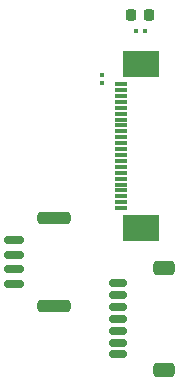
<source format=gbr>
%TF.GenerationSoftware,KiCad,Pcbnew,7.0.10*%
%TF.CreationDate,2024-02-01T11:04:59-05:00*%
%TF.ProjectId,quad_payload_adapter,71756164-5f70-4617-996c-6f61645f6164,rev?*%
%TF.SameCoordinates,Original*%
%TF.FileFunction,Paste,Top*%
%TF.FilePolarity,Positive*%
%FSLAX46Y46*%
G04 Gerber Fmt 4.6, Leading zero omitted, Abs format (unit mm)*
G04 Created by KiCad (PCBNEW 7.0.10) date 2024-02-01 11:04:59*
%MOMM*%
%LPD*%
G01*
G04 APERTURE LIST*
G04 Aperture macros list*
%AMRoundRect*
0 Rectangle with rounded corners*
0 $1 Rounding radius*
0 $2 $3 $4 $5 $6 $7 $8 $9 X,Y pos of 4 corners*
0 Add a 4 corners polygon primitive as box body*
4,1,4,$2,$3,$4,$5,$6,$7,$8,$9,$2,$3,0*
0 Add four circle primitives for the rounded corners*
1,1,$1+$1,$2,$3*
1,1,$1+$1,$4,$5*
1,1,$1+$1,$6,$7*
1,1,$1+$1,$8,$9*
0 Add four rect primitives between the rounded corners*
20,1,$1+$1,$2,$3,$4,$5,0*
20,1,$1+$1,$4,$5,$6,$7,0*
20,1,$1+$1,$6,$7,$8,$9,0*
20,1,$1+$1,$8,$9,$2,$3,0*%
G04 Aperture macros list end*
%ADD10RoundRect,0.150000X-0.700000X0.150000X-0.700000X-0.150000X0.700000X-0.150000X0.700000X0.150000X0*%
%ADD11RoundRect,0.250000X-1.150000X0.250000X-1.150000X-0.250000X1.150000X-0.250000X1.150000X0.250000X0*%
%ADD12RoundRect,0.079500X-0.079500X-0.100500X0.079500X-0.100500X0.079500X0.100500X-0.079500X0.100500X0*%
%ADD13R,1.117600X0.304800*%
%ADD14R,3.124200X2.311400*%
%ADD15RoundRect,0.079500X0.100500X-0.079500X0.100500X0.079500X-0.100500X0.079500X-0.100500X-0.079500X0*%
%ADD16RoundRect,0.218750X-0.218750X-0.256250X0.218750X-0.256250X0.218750X0.256250X-0.218750X0.256250X0*%
%ADD17RoundRect,0.250000X0.650000X-0.350000X0.650000X0.350000X-0.650000X0.350000X-0.650000X-0.350000X0*%
%ADD18RoundRect,0.150000X0.625000X-0.150000X0.625000X0.150000X-0.625000X0.150000X-0.625000X-0.150000X0*%
G04 APERTURE END LIST*
D10*
%TO.C,J4*%
X94050000Y-103280000D03*
X94050000Y-104530000D03*
X94050000Y-105780000D03*
X94050000Y-107030000D03*
D11*
X97400000Y-101430000D03*
X97400000Y-108880000D03*
%TD*%
D12*
%TO.C,R1*%
X104385000Y-85630000D03*
X105075000Y-85630000D03*
%TD*%
D13*
%TO.C,J1*%
X103050000Y-100589999D03*
X103050000Y-100090000D03*
X103050000Y-99589998D03*
X103050000Y-99089999D03*
X103050000Y-98590000D03*
X103050000Y-98089999D03*
X103050000Y-97590000D03*
X103050000Y-97089998D03*
X103050000Y-96589999D03*
X103050000Y-96090000D03*
X103050000Y-95589999D03*
X103050000Y-95090000D03*
X103050000Y-94589998D03*
X103050000Y-94089999D03*
X103050000Y-93590000D03*
X103050000Y-93089999D03*
X103050000Y-92590000D03*
X103050000Y-92089998D03*
X103050000Y-91589999D03*
X103050000Y-91090000D03*
X103050000Y-90589999D03*
X103050000Y-90090000D03*
D14*
X104749999Y-102254999D03*
X104749999Y-88424999D03*
%TD*%
D15*
%TO.C,C1*%
X101470000Y-89980000D03*
X101470000Y-89290000D03*
%TD*%
D16*
%TO.C,D1*%
X103888500Y-84229000D03*
X105463500Y-84229000D03*
%TD*%
D17*
%TO.C,J3*%
X106695000Y-105670000D03*
X106695000Y-114270000D03*
D18*
X102820000Y-106970000D03*
X102820000Y-107970000D03*
X102820000Y-108970000D03*
X102820000Y-109970000D03*
X102820000Y-110970000D03*
X102820000Y-111970000D03*
X102820000Y-112970000D03*
%TD*%
M02*

</source>
